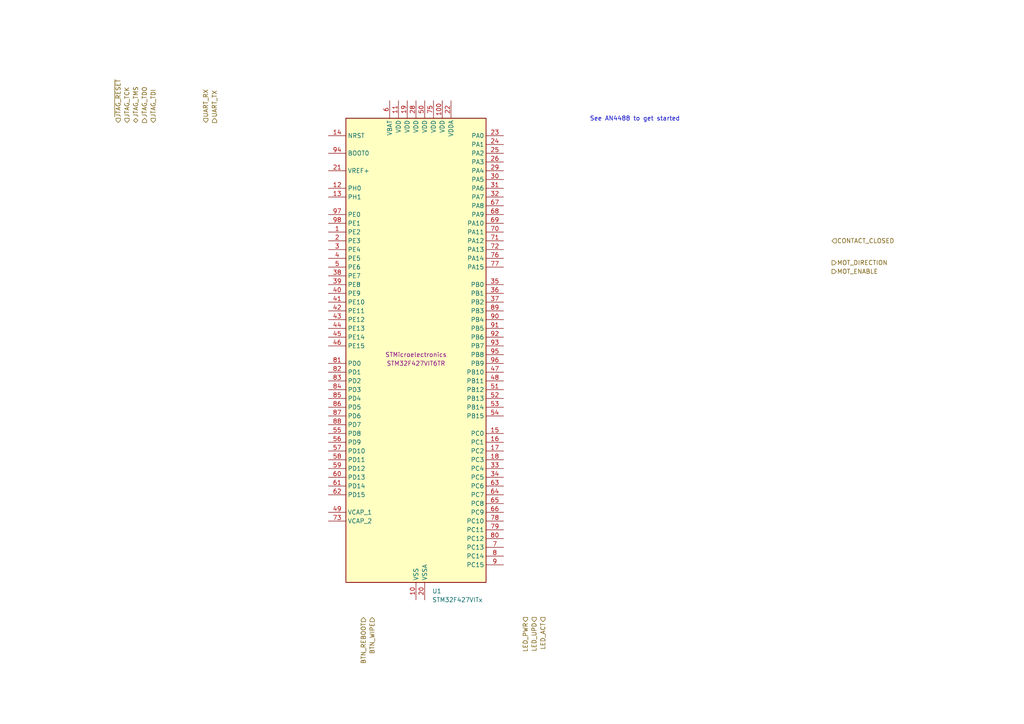
<source format=kicad_sch>
(kicad_sch (version 20250114) (generator "eeschema") (generator_version "9.0")
  (paper "A4")
  (title_block (title "iot-contact"))
  (lib_symbols
    (symbol "MCU_ST_STM32F4:STM32F427VITx"
      (property "Reference" "U" (at -20.32 69.85 0))
      (property "Value" "STM32F427VITx" (at 12.7 69.85 0))
      (symbol "STM32F427VITx_0_1"
        (rectangle (start -20.32 -66.04) (end 20.32 68.58) (stroke (width 0.254)) (fill (type background)))
      )
      (symbol "STM32F427VITx_1_1"
        (pin input line (at -25.4 63.5 0) (length 5.08) (name "NRST") (number "14"))
        (pin input line (at -25.4 58.42 0) (length 5.08) (name "BOOT0") (number "94"))
        (pin input line (at -25.4 53.34 0) (length 5.08) (name "VREF+") (number "21"))
        (pin bidirectional line (at -25.4 48.26 0) (length 5.08) (name "PH0") (number "12"))
        (pin bidirectional line (at -25.4 45.72 0) (length 5.08) (name "PH1") (number "13"))
        (pin bidirectional line (at -25.4 40.64 0) (length 5.08) (name "PE0") (number "97"))
        (pin bidirectional line (at -25.4 38.1 0) (length 5.08) (name "PE1") (number "98"))
        (pin bidirectional line (at -25.4 35.56 0) (length 5.08) (name "PE2") (number "1"))
        (pin bidirectional line (at -25.4 33.02 0) (length 5.08) (name "PE3") (number "2"))
        (pin bidirectional line (at -25.4 30.48 0) (length 5.08) (name "PE4") (number "3"))
        (pin bidirectional line (at -25.4 27.94 0) (length 5.08) (name "PE5") (number "4"))
        (pin bidirectional line (at -25.4 25.4 0) (length 5.08) (name "PE6") (number "5"))
        (pin bidirectional line (at -25.4 22.86 0) (length 5.08) (name "PE7") (number "38"))
        (pin bidirectional line (at -25.4 20.32 0) (length 5.08) (name "PE8") (number "39"))
        (pin bidirectional line (at -25.4 17.78 0) (length 5.08) (name "PE9") (number "40"))
        (pin bidirectional line (at -25.4 15.24 0) (length 5.08) (name "PE10") (number "41"))
        (pin bidirectional line (at -25.4 12.7 0) (length 5.08) (name "PE11") (number "42"))
        (pin bidirectional line (at -25.4 10.16 0) (length 5.08) (name "PE12") (number "43"))
        (pin bidirectional line (at -25.4 7.62 0) (length 5.08) (name "PE13") (number "44"))
        (pin bidirectional line (at -25.4 5.08 0) (length 5.08) (name "PE14") (number "45"))
        (pin bidirectional line (at -25.4 2.54 0) (length 5.08) (name "PE15") (number "46"))
        (pin bidirectional line (at -25.4 -2.54 0) (length 5.08) (name "PD0") (number "81"))
        (pin bidirectional line (at -25.4 -5.08 0) (length 5.08) (name "PD1") (number "82"))
        (pin bidirectional line (at -25.4 -7.62 0) (length 5.08) (name "PD2") (number "83"))
        (pin bidirectional line (at -25.4 -10.16 0) (length 5.08) (name "PD3") (number "84"))
        (pin bidirectional line (at -25.4 -12.7 0) (length 5.08) (name "PD4") (number "85"))
        (pin bidirectional line (at -25.4 -15.24 0) (length 5.08) (name "PD5") (number "86"))
        (pin bidirectional line (at -25.4 -17.78 0) (length 5.08) (name "PD6") (number "87"))
        (pin bidirectional line (at -25.4 -20.32 0) (length 5.08) (name "PD7") (number "88"))
        (pin bidirectional line (at -25.4 -22.86 0) (length 5.08) (name "PD8") (number "55"))
        (pin bidirectional line (at -25.4 -25.4 0) (length 5.08) (name "PD9") (number "56"))
        (pin bidirectional line (at -25.4 -27.94 0) (length 5.08) (name "PD10") (number "57"))
        (pin bidirectional line (at -25.4 -30.48 0) (length 5.08) (name "PD11") (number "58"))
        (pin bidirectional line (at -25.4 -33.02 0) (length 5.08) (name "PD12") (number "59"))
        (pin bidirectional line (at -25.4 -35.56 0) (length 5.08) (name "PD13") (number "60"))
        (pin bidirectional line (at -25.4 -38.1 0) (length 5.08) (name "PD14") (number "61"))
        (pin bidirectional line (at -25.4 -40.64 0) (length 5.08) (name "PD15") (number "62"))
        (pin power_out line (at -25.4 -45.72 0) (length 5.08) (name "VCAP_1") (number "49"))
        (pin power_out line (at -25.4 -48.26 0) (length 5.08) (name "VCAP_2") (number "73"))
        (pin power_in line (at -7.62 73.66 270) (length 5.08) (name "VBAT") (number "6"))
        (pin power_in line (at -5.08 73.66 270) (length 5.08) (name "VDD") (number "11"))
        (pin power_in line (at -2.54 73.66 270) (length 5.08) (name "VDD") (number "19"))
        (pin power_in line (at 0 73.66 270) (length 5.08) (name "VDD") (number "28"))
        (pin power_in line (at 0 -71.12 90) (length 5.08) (name "VSS") (number "10"))
        (pin passive line (at 0 -71.12 90) (length 5.08) (hide yes) (name "VSS") (number "27"))
        (pin passive line (at 0 -71.12 90) (length 5.08) (hide yes) (name "VSS") (number "74"))
        (pin passive line (at 0 -71.12 90) (length 5.08) (hide yes) (name "VSS") (number "99"))
        (pin power_in line (at 2.54 73.66 270) (length 5.08) (name "VDD") (number "50"))
        (pin power_in line (at 2.54 -71.12 90) (length 5.08) (name "VSSA") (number "20"))
        (pin power_in line (at 5.08 73.66 270) (length 5.08) (name "VDD") (number "75"))
        (pin power_in line (at 7.62 73.66 270) (length 5.08) (name "VDD") (number "100"))
        (pin power_in line (at 10.16 73.66 270) (length 5.08) (name "VDDA") (number "22"))
        (pin bidirectional line (at 25.4 63.5 180) (length 5.08) (name "PA0") (number "23"))
        (pin bidirectional line (at 25.4 60.96 180) (length 5.08) (name "PA1") (number "24"))
        (pin bidirectional line (at 25.4 58.42 180) (length 5.08) (name "PA2") (number "25"))
        (pin bidirectional line (at 25.4 55.88 180) (length 5.08) (name "PA3") (number "26"))
        (pin bidirectional line (at 25.4 53.34 180) (length 5.08) (name "PA4") (number "29"))
        (pin bidirectional line (at 25.4 50.8 180) (length 5.08) (name "PA5") (number "30"))
        (pin bidirectional line (at 25.4 48.26 180) (length 5.08) (name "PA6") (number "31"))
        (pin bidirectional line (at 25.4 45.72 180) (length 5.08) (name "PA7") (number "32"))
        (pin bidirectional line (at 25.4 43.18 180) (length 5.08) (name "PA8") (number "67"))
        (pin bidirectional line (at 25.4 40.64 180) (length 5.08) (name "PA9") (number "68"))
        (pin bidirectional line (at 25.4 38.1 180) (length 5.08) (name "PA10") (number "69"))
        (pin bidirectional line (at 25.4 35.56 180) (length 5.08) (name "PA11") (number "70"))
        (pin bidirectional line (at 25.4 33.02 180) (length 5.08) (name "PA12") (number "71"))
        (pin bidirectional line (at 25.4 30.48 180) (length 5.08) (name "PA13") (number "72"))
        (pin bidirectional line (at 25.4 27.94 180) (length 5.08) (name "PA14") (number "76"))
        (pin bidirectional line (at 25.4 25.4 180) (length 5.08) (name "PA15") (number "77"))
        (pin bidirectional line (at 25.4 20.32 180) (length 5.08) (name "PB0") (number "35"))
        (pin bidirectional line (at 25.4 17.78 180) (length 5.08) (name "PB1") (number "36"))
        (pin bidirectional line (at 25.4 15.24 180) (length 5.08) (name "PB2") (number "37"))
        (pin bidirectional line (at 25.4 12.7 180) (length 5.08) (name "PB3") (number "89"))
        (pin bidirectional line (at 25.4 10.16 180) (length 5.08) (name "PB4") (number "90"))
        (pin bidirectional line (at 25.4 7.62 180) (length 5.08) (name "PB5") (number "91"))
        (pin bidirectional line (at 25.4 5.08 180) (length 5.08) (name "PB6") (number "92"))
        (pin bidirectional line (at 25.4 2.54 180) (length 5.08) (name "PB7") (number "93"))
        (pin bidirectional line (at 25.4 0 180) (length 5.08) (name "PB8") (number "95"))
        (pin bidirectional line (at 25.4 -2.54 180) (length 5.08) (name "PB9") (number "96"))
        (pin bidirectional line (at 25.4 -5.08 180) (length 5.08) (name "PB10") (number "47"))
        (pin bidirectional line (at 25.4 -7.62 180) (length 5.08) (name "PB11") (number "48"))
        (pin bidirectional line (at 25.4 -10.16 180) (length 5.08) (name "PB12") (number "51"))
        (pin bidirectional line (at 25.4 -12.7 180) (length 5.08) (name "PB13") (number "52"))
        (pin bidirectional line (at 25.4 -15.24 180) (length 5.08) (name "PB14") (number "53"))
        (pin bidirectional line (at 25.4 -17.78 180) (length 5.08) (name "PB15") (number "54"))
        (pin bidirectional line (at 25.4 -22.86 180) (length 5.08) (name "PC0") (number "15"))
        (pin bidirectional line (at 25.4 -25.4 180) (length 5.08) (name "PC1") (number "16"))
        (pin bidirectional line (at 25.4 -27.94 180) (length 5.08) (name "PC2") (number "17"))
        (pin bidirectional line (at 25.4 -30.48 180) (length 5.08) (name "PC3") (number "18"))
        (pin bidirectional line (at 25.4 -33.02 180) (length 5.08) (name "PC4") (number "33"))
        (pin bidirectional line (at 25.4 -35.56 180) (length 5.08) (name "PC5") (number "34"))
        (pin bidirectional line (at 25.4 -38.1 180) (length 5.08) (name "PC6") (number "63"))
        (pin bidirectional line (at 25.4 -40.64 180) (length 5.08) (name "PC7") (number "64"))
        (pin bidirectional line (at 25.4 -43.18 180) (length 5.08) (name "PC8") (number "65"))
        (pin bidirectional line (at 25.4 -45.72 180) (length 5.08) (name "PC9") (number "66"))
        (pin bidirectional line (at 25.4 -48.26 180) (length 5.08) (name "PC10") (number "78"))
        (pin bidirectional line (at 25.4 -50.8 180) (length 5.08) (name "PC11") (number "79"))
        (pin bidirectional line (at 25.4 -53.34 180) (length 5.08) (name "PC12") (number "80"))
        (pin bidirectional line (at 25.4 -55.88 180) (length 5.08) (name "PC13") (number "7"))
        (pin bidirectional line (at 25.4 -58.42 180) (length 5.08) (name "PC14") (number "8"))
        (pin bidirectional line (at 25.4 -60.96 180) (length 5.08) (name "PC15") (number "9"))
      )
    )
  )
  (text "See AN4488 to get started" (at 184.15 34.544 0) (effects (font (size 1.27 1.27))))
  (hierarchical_label "BTN_REBOOT" (shape input) (at 105.41 179.07 270))
  (hierarchical_label "~{JTAG_RESET}" (shape input) (at 34.29 35.56 90))
  (hierarchical_label "MOT_ENABLE" (shape output) (at 241.3 78.74 0))
  (hierarchical_label "UART_TX" (shape output) (at 62.23 35.56 90))
  (hierarchical_label "LED_UPD" (shape output) (at 154.94 179.07 270))
  (hierarchical_label "JTAG_TMS" (shape bidirectional) (at 39.37 35.56 90))
  (hierarchical_label "BTN_WIPE" (shape input) (at 107.95 179.07 270))
  (hierarchical_label "JTAG_TDI" (shape input) (at 44.45 35.56 90))
  (hierarchical_label "LED_PWR" (shape output) (at 152.4 179.07 270))
  (hierarchical_label "LED_ACT" (shape output) (at 157.48 179.07 270))
  (hierarchical_label "MOT_DIRECTION" (shape output) (at 241.3 76.2 0))
  (hierarchical_label "JTAG_TCK" (shape input) (at 36.83 35.56 90))
  (hierarchical_label "JTAG_TDO" (shape output) (at 41.91 35.56 90))
  (hierarchical_label "UART_RX" (shape input) (at 59.69 35.56 90))
  (hierarchical_label "CONTACT_CLOSED" (shape input) (at 241.3 69.85 0))
  (symbol (lib_id "MCU_ST_STM32F4:STM32F427VITx") (at 120.65 102.87 0) (unit 1)
    (property "Reference" "U1" (at 125.3333 171.45 0) (effects (justify left)))
    (property "Value" "STM32F427VITx" (at 125.3333 173.99 0) (effects (justify left)))
    (property "Footprint" "Package_QFP:LQFP-100_14x14mm_P0.5mm" (effects (hide yes)))
    (property "Datasheet" "https://www.st.com/resource/en/datasheet/stm32f427vi.pdf" (effects (hide yes)))
    (property "Description" "STMicroelectronics Arm Cortex-M4 MCU, 2048KB flash, 256KB RAM, 180 MHz, 1.8-3.6V, 82 GPIO, LQFP100" (effects (hide yes)))
    (property "MPN" "STM32F427VIT6TR" (at 120.65 105.41 0))
    (property "Manufacturer" "STMicroelectronics" (at 120.65 102.87 0))
  )
)
</source>
